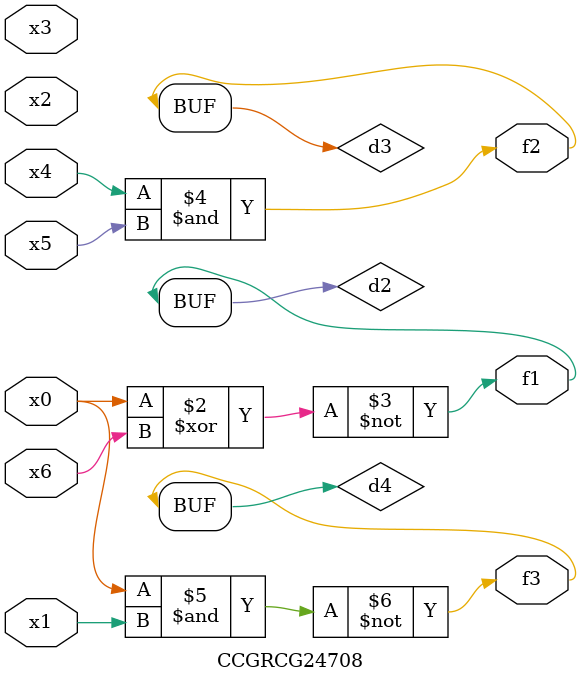
<source format=v>
module CCGRCG24708(
	input x0, x1, x2, x3, x4, x5, x6,
	output f1, f2, f3
);

	wire d1, d2, d3, d4;

	nor (d1, x0);
	xnor (d2, x0, x6);
	and (d3, x4, x5);
	nand (d4, x0, x1);
	assign f1 = d2;
	assign f2 = d3;
	assign f3 = d4;
endmodule

</source>
